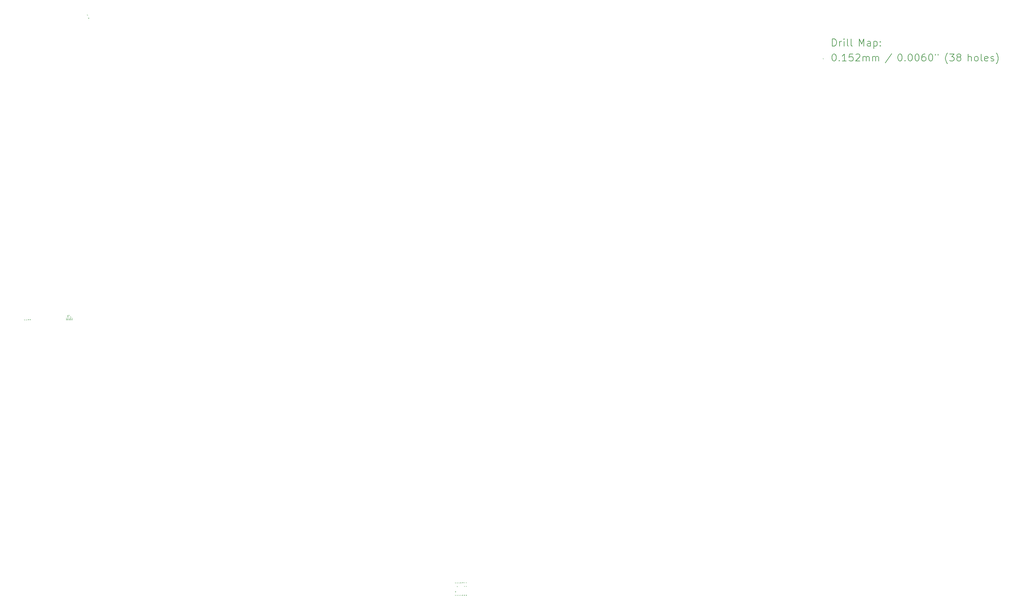
<source format=gbr>
%TF.GenerationSoftware,KiCad,Pcbnew,(7.0.0)*%
%TF.CreationDate,2023-03-06T14:49:50-05:00*%
%TF.ProjectId,FPGAs-Ard_RPi_BB,46504741-732d-4417-9264-5f5250695f42,rev?*%
%TF.SameCoordinates,Original*%
%TF.FileFunction,Drillmap*%
%TF.FilePolarity,Positive*%
%FSLAX45Y45*%
G04 Gerber Fmt 4.5, Leading zero omitted, Abs format (unit mm)*
G04 Created by KiCad (PCBNEW (7.0.0)) date 2023-03-06 14:49:50*
%MOMM*%
%LPD*%
G01*
G04 APERTURE LIST*
%ADD10C,0.200000*%
%ADD11C,0.015240*%
G04 APERTURE END LIST*
D10*
D11*
X16984980Y-12755880D02*
X17000220Y-12771120D01*
X17000220Y-12755880D02*
X16984980Y-12771120D01*
X17033240Y-12755880D02*
X17048480Y-12771120D01*
X17048480Y-12755880D02*
X17033240Y-12771120D01*
X17086580Y-12753340D02*
X17101820Y-12768580D01*
X17101820Y-12753340D02*
X17086580Y-12768580D01*
X17137380Y-12753340D02*
X17152620Y-12768580D01*
X17152620Y-12753340D02*
X17137380Y-12768580D01*
X18148300Y-12753340D02*
X18163540Y-12768580D01*
X18163540Y-12753340D02*
X18148300Y-12768580D01*
X18150840Y-12715240D02*
X18166080Y-12730480D01*
X18166080Y-12715240D02*
X18150840Y-12730480D01*
X18183860Y-12753340D02*
X18199100Y-12768580D01*
X18199100Y-12753340D02*
X18183860Y-12768580D01*
X18186400Y-12715240D02*
X18201640Y-12730480D01*
X18201640Y-12715240D02*
X18186400Y-12730480D01*
X18188940Y-12636500D02*
X18204180Y-12651740D01*
X18204180Y-12636500D02*
X18188940Y-12651740D01*
X18188940Y-12674600D02*
X18204180Y-12689840D01*
X18204180Y-12674600D02*
X18188940Y-12689840D01*
X18224500Y-12753340D02*
X18239740Y-12768580D01*
X18239740Y-12753340D02*
X18224500Y-12768580D01*
X18227040Y-12715240D02*
X18242280Y-12730480D01*
X18242280Y-12715240D02*
X18227040Y-12730480D01*
X18229580Y-12633960D02*
X18244820Y-12649200D01*
X18244820Y-12633960D02*
X18229580Y-12649200D01*
X18262600Y-12753340D02*
X18277840Y-12768580D01*
X18277840Y-12753340D02*
X18262600Y-12768580D01*
X18265140Y-12715240D02*
X18280380Y-12730480D01*
X18280380Y-12715240D02*
X18265140Y-12730480D01*
X18270220Y-12674600D02*
X18285460Y-12689840D01*
X18285460Y-12674600D02*
X18270220Y-12689840D01*
X18305780Y-12753340D02*
X18321020Y-12768580D01*
X18321020Y-12753340D02*
X18305780Y-12768580D01*
X18308320Y-12715240D02*
X18323560Y-12730480D01*
X18323560Y-12715240D02*
X18308320Y-12730480D01*
X18735040Y-4249420D02*
X18750280Y-4264660D01*
X18750280Y-4249420D02*
X18735040Y-4264660D01*
X18768060Y-4338320D02*
X18783300Y-4353560D01*
X18783300Y-4338320D02*
X18768060Y-4353560D01*
X29011880Y-20447000D02*
X29027120Y-20462240D01*
X29027120Y-20447000D02*
X29011880Y-20462240D01*
X29014420Y-20096480D02*
X29029660Y-20111720D01*
X29029660Y-20096480D02*
X29014420Y-20111720D01*
X29014420Y-20347940D02*
X29029660Y-20363180D01*
X29029660Y-20347940D02*
X29014420Y-20363180D01*
X29062680Y-20096480D02*
X29077920Y-20111720D01*
X29077920Y-20096480D02*
X29062680Y-20111720D01*
X29062680Y-20198080D02*
X29077920Y-20213320D01*
X29077920Y-20198080D02*
X29062680Y-20213320D01*
X29062680Y-20447000D02*
X29077920Y-20462240D01*
X29077920Y-20447000D02*
X29062680Y-20462240D01*
X29113480Y-20096480D02*
X29128720Y-20111720D01*
X29128720Y-20096480D02*
X29113480Y-20111720D01*
X29113480Y-20447000D02*
X29128720Y-20462240D01*
X29128720Y-20447000D02*
X29113480Y-20462240D01*
X29161740Y-20096480D02*
X29176980Y-20111720D01*
X29176980Y-20096480D02*
X29161740Y-20111720D01*
X29164280Y-20447000D02*
X29179520Y-20462240D01*
X29179520Y-20447000D02*
X29164280Y-20462240D01*
X29212540Y-20447000D02*
X29227780Y-20462240D01*
X29227780Y-20447000D02*
X29212540Y-20462240D01*
X29215080Y-20093940D02*
X29230320Y-20109180D01*
X29230320Y-20093940D02*
X29215080Y-20109180D01*
X29263340Y-20093940D02*
X29278580Y-20109180D01*
X29278580Y-20093940D02*
X29263340Y-20109180D01*
X29263340Y-20195540D02*
X29278580Y-20210780D01*
X29278580Y-20195540D02*
X29263340Y-20210780D01*
X29263340Y-20447000D02*
X29278580Y-20462240D01*
X29278580Y-20447000D02*
X29263340Y-20462240D01*
X29314140Y-20093940D02*
X29329380Y-20109180D01*
X29329380Y-20093940D02*
X29314140Y-20109180D01*
X29314140Y-20195540D02*
X29329380Y-20210780D01*
X29329380Y-20195540D02*
X29314140Y-20210780D01*
X29314140Y-20447000D02*
X29329380Y-20462240D01*
X29329380Y-20447000D02*
X29314140Y-20462240D01*
D10*
X39547219Y-5127736D02*
X39547219Y-4927736D01*
X39547219Y-4927736D02*
X39594838Y-4927736D01*
X39594838Y-4927736D02*
X39623410Y-4937260D01*
X39623410Y-4937260D02*
X39642457Y-4956308D01*
X39642457Y-4956308D02*
X39651981Y-4975355D01*
X39651981Y-4975355D02*
X39661505Y-5013450D01*
X39661505Y-5013450D02*
X39661505Y-5042022D01*
X39661505Y-5042022D02*
X39651981Y-5080117D01*
X39651981Y-5080117D02*
X39642457Y-5099165D01*
X39642457Y-5099165D02*
X39623410Y-5118212D01*
X39623410Y-5118212D02*
X39594838Y-5127736D01*
X39594838Y-5127736D02*
X39547219Y-5127736D01*
X39747219Y-5127736D02*
X39747219Y-4994403D01*
X39747219Y-5032498D02*
X39756743Y-5013450D01*
X39756743Y-5013450D02*
X39766267Y-5003927D01*
X39766267Y-5003927D02*
X39785314Y-4994403D01*
X39785314Y-4994403D02*
X39804362Y-4994403D01*
X39871029Y-5127736D02*
X39871029Y-4994403D01*
X39871029Y-4927736D02*
X39861505Y-4937260D01*
X39861505Y-4937260D02*
X39871029Y-4946784D01*
X39871029Y-4946784D02*
X39880552Y-4937260D01*
X39880552Y-4937260D02*
X39871029Y-4927736D01*
X39871029Y-4927736D02*
X39871029Y-4946784D01*
X39994838Y-5127736D02*
X39975790Y-5118212D01*
X39975790Y-5118212D02*
X39966267Y-5099165D01*
X39966267Y-5099165D02*
X39966267Y-4927736D01*
X40099600Y-5127736D02*
X40080552Y-5118212D01*
X40080552Y-5118212D02*
X40071029Y-5099165D01*
X40071029Y-5099165D02*
X40071029Y-4927736D01*
X40295790Y-5127736D02*
X40295790Y-4927736D01*
X40295790Y-4927736D02*
X40362457Y-5070593D01*
X40362457Y-5070593D02*
X40429124Y-4927736D01*
X40429124Y-4927736D02*
X40429124Y-5127736D01*
X40610076Y-5127736D02*
X40610076Y-5022974D01*
X40610076Y-5022974D02*
X40600552Y-5003927D01*
X40600552Y-5003927D02*
X40581505Y-4994403D01*
X40581505Y-4994403D02*
X40543409Y-4994403D01*
X40543409Y-4994403D02*
X40524362Y-5003927D01*
X40610076Y-5118212D02*
X40591029Y-5127736D01*
X40591029Y-5127736D02*
X40543409Y-5127736D01*
X40543409Y-5127736D02*
X40524362Y-5118212D01*
X40524362Y-5118212D02*
X40514838Y-5099165D01*
X40514838Y-5099165D02*
X40514838Y-5080117D01*
X40514838Y-5080117D02*
X40524362Y-5061070D01*
X40524362Y-5061070D02*
X40543409Y-5051546D01*
X40543409Y-5051546D02*
X40591029Y-5051546D01*
X40591029Y-5051546D02*
X40610076Y-5042022D01*
X40705314Y-4994403D02*
X40705314Y-5194403D01*
X40705314Y-5003927D02*
X40724362Y-4994403D01*
X40724362Y-4994403D02*
X40762457Y-4994403D01*
X40762457Y-4994403D02*
X40781505Y-5003927D01*
X40781505Y-5003927D02*
X40791029Y-5013450D01*
X40791029Y-5013450D02*
X40800552Y-5032498D01*
X40800552Y-5032498D02*
X40800552Y-5089641D01*
X40800552Y-5089641D02*
X40791029Y-5108689D01*
X40791029Y-5108689D02*
X40781505Y-5118212D01*
X40781505Y-5118212D02*
X40762457Y-5127736D01*
X40762457Y-5127736D02*
X40724362Y-5127736D01*
X40724362Y-5127736D02*
X40705314Y-5118212D01*
X40886267Y-5108689D02*
X40895790Y-5118212D01*
X40895790Y-5118212D02*
X40886267Y-5127736D01*
X40886267Y-5127736D02*
X40876743Y-5118212D01*
X40876743Y-5118212D02*
X40886267Y-5108689D01*
X40886267Y-5108689D02*
X40886267Y-5127736D01*
X40886267Y-5003927D02*
X40895790Y-5013450D01*
X40895790Y-5013450D02*
X40886267Y-5022974D01*
X40886267Y-5022974D02*
X40876743Y-5013450D01*
X40876743Y-5013450D02*
X40886267Y-5003927D01*
X40886267Y-5003927D02*
X40886267Y-5022974D01*
D11*
X39284360Y-5466640D02*
X39299600Y-5481880D01*
X39299600Y-5466640D02*
X39284360Y-5481880D01*
D10*
X39585314Y-5347736D02*
X39604362Y-5347736D01*
X39604362Y-5347736D02*
X39623410Y-5357260D01*
X39623410Y-5357260D02*
X39632933Y-5366784D01*
X39632933Y-5366784D02*
X39642457Y-5385831D01*
X39642457Y-5385831D02*
X39651981Y-5423927D01*
X39651981Y-5423927D02*
X39651981Y-5471546D01*
X39651981Y-5471546D02*
X39642457Y-5509641D01*
X39642457Y-5509641D02*
X39632933Y-5528689D01*
X39632933Y-5528689D02*
X39623410Y-5538212D01*
X39623410Y-5538212D02*
X39604362Y-5547736D01*
X39604362Y-5547736D02*
X39585314Y-5547736D01*
X39585314Y-5547736D02*
X39566267Y-5538212D01*
X39566267Y-5538212D02*
X39556743Y-5528689D01*
X39556743Y-5528689D02*
X39547219Y-5509641D01*
X39547219Y-5509641D02*
X39537695Y-5471546D01*
X39537695Y-5471546D02*
X39537695Y-5423927D01*
X39537695Y-5423927D02*
X39547219Y-5385831D01*
X39547219Y-5385831D02*
X39556743Y-5366784D01*
X39556743Y-5366784D02*
X39566267Y-5357260D01*
X39566267Y-5357260D02*
X39585314Y-5347736D01*
X39737695Y-5528689D02*
X39747219Y-5538212D01*
X39747219Y-5538212D02*
X39737695Y-5547736D01*
X39737695Y-5547736D02*
X39728171Y-5538212D01*
X39728171Y-5538212D02*
X39737695Y-5528689D01*
X39737695Y-5528689D02*
X39737695Y-5547736D01*
X39937695Y-5547736D02*
X39823410Y-5547736D01*
X39880552Y-5547736D02*
X39880552Y-5347736D01*
X39880552Y-5347736D02*
X39861505Y-5376308D01*
X39861505Y-5376308D02*
X39842457Y-5395355D01*
X39842457Y-5395355D02*
X39823410Y-5404879D01*
X40118648Y-5347736D02*
X40023410Y-5347736D01*
X40023410Y-5347736D02*
X40013886Y-5442974D01*
X40013886Y-5442974D02*
X40023410Y-5433450D01*
X40023410Y-5433450D02*
X40042457Y-5423927D01*
X40042457Y-5423927D02*
X40090076Y-5423927D01*
X40090076Y-5423927D02*
X40109124Y-5433450D01*
X40109124Y-5433450D02*
X40118648Y-5442974D01*
X40118648Y-5442974D02*
X40128171Y-5462022D01*
X40128171Y-5462022D02*
X40128171Y-5509641D01*
X40128171Y-5509641D02*
X40118648Y-5528689D01*
X40118648Y-5528689D02*
X40109124Y-5538212D01*
X40109124Y-5538212D02*
X40090076Y-5547736D01*
X40090076Y-5547736D02*
X40042457Y-5547736D01*
X40042457Y-5547736D02*
X40023410Y-5538212D01*
X40023410Y-5538212D02*
X40013886Y-5528689D01*
X40204362Y-5366784D02*
X40213886Y-5357260D01*
X40213886Y-5357260D02*
X40232933Y-5347736D01*
X40232933Y-5347736D02*
X40280552Y-5347736D01*
X40280552Y-5347736D02*
X40299600Y-5357260D01*
X40299600Y-5357260D02*
X40309124Y-5366784D01*
X40309124Y-5366784D02*
X40318648Y-5385831D01*
X40318648Y-5385831D02*
X40318648Y-5404879D01*
X40318648Y-5404879D02*
X40309124Y-5433450D01*
X40309124Y-5433450D02*
X40194838Y-5547736D01*
X40194838Y-5547736D02*
X40318648Y-5547736D01*
X40404362Y-5547736D02*
X40404362Y-5414403D01*
X40404362Y-5433450D02*
X40413886Y-5423927D01*
X40413886Y-5423927D02*
X40432933Y-5414403D01*
X40432933Y-5414403D02*
X40461505Y-5414403D01*
X40461505Y-5414403D02*
X40480552Y-5423927D01*
X40480552Y-5423927D02*
X40490076Y-5442974D01*
X40490076Y-5442974D02*
X40490076Y-5547736D01*
X40490076Y-5442974D02*
X40499600Y-5423927D01*
X40499600Y-5423927D02*
X40518648Y-5414403D01*
X40518648Y-5414403D02*
X40547219Y-5414403D01*
X40547219Y-5414403D02*
X40566267Y-5423927D01*
X40566267Y-5423927D02*
X40575791Y-5442974D01*
X40575791Y-5442974D02*
X40575791Y-5547736D01*
X40671029Y-5547736D02*
X40671029Y-5414403D01*
X40671029Y-5433450D02*
X40680552Y-5423927D01*
X40680552Y-5423927D02*
X40699600Y-5414403D01*
X40699600Y-5414403D02*
X40728172Y-5414403D01*
X40728172Y-5414403D02*
X40747219Y-5423927D01*
X40747219Y-5423927D02*
X40756743Y-5442974D01*
X40756743Y-5442974D02*
X40756743Y-5547736D01*
X40756743Y-5442974D02*
X40766267Y-5423927D01*
X40766267Y-5423927D02*
X40785314Y-5414403D01*
X40785314Y-5414403D02*
X40813886Y-5414403D01*
X40813886Y-5414403D02*
X40832933Y-5423927D01*
X40832933Y-5423927D02*
X40842457Y-5442974D01*
X40842457Y-5442974D02*
X40842457Y-5547736D01*
X41200552Y-5338212D02*
X41029124Y-5595355D01*
X41425314Y-5347736D02*
X41444362Y-5347736D01*
X41444362Y-5347736D02*
X41463410Y-5357260D01*
X41463410Y-5357260D02*
X41472933Y-5366784D01*
X41472933Y-5366784D02*
X41482457Y-5385831D01*
X41482457Y-5385831D02*
X41491981Y-5423927D01*
X41491981Y-5423927D02*
X41491981Y-5471546D01*
X41491981Y-5471546D02*
X41482457Y-5509641D01*
X41482457Y-5509641D02*
X41472933Y-5528689D01*
X41472933Y-5528689D02*
X41463410Y-5538212D01*
X41463410Y-5538212D02*
X41444362Y-5547736D01*
X41444362Y-5547736D02*
X41425314Y-5547736D01*
X41425314Y-5547736D02*
X41406267Y-5538212D01*
X41406267Y-5538212D02*
X41396743Y-5528689D01*
X41396743Y-5528689D02*
X41387219Y-5509641D01*
X41387219Y-5509641D02*
X41377695Y-5471546D01*
X41377695Y-5471546D02*
X41377695Y-5423927D01*
X41377695Y-5423927D02*
X41387219Y-5385831D01*
X41387219Y-5385831D02*
X41396743Y-5366784D01*
X41396743Y-5366784D02*
X41406267Y-5357260D01*
X41406267Y-5357260D02*
X41425314Y-5347736D01*
X41577695Y-5528689D02*
X41587219Y-5538212D01*
X41587219Y-5538212D02*
X41577695Y-5547736D01*
X41577695Y-5547736D02*
X41568172Y-5538212D01*
X41568172Y-5538212D02*
X41577695Y-5528689D01*
X41577695Y-5528689D02*
X41577695Y-5547736D01*
X41711029Y-5347736D02*
X41730076Y-5347736D01*
X41730076Y-5347736D02*
X41749124Y-5357260D01*
X41749124Y-5357260D02*
X41758648Y-5366784D01*
X41758648Y-5366784D02*
X41768172Y-5385831D01*
X41768172Y-5385831D02*
X41777695Y-5423927D01*
X41777695Y-5423927D02*
X41777695Y-5471546D01*
X41777695Y-5471546D02*
X41768172Y-5509641D01*
X41768172Y-5509641D02*
X41758648Y-5528689D01*
X41758648Y-5528689D02*
X41749124Y-5538212D01*
X41749124Y-5538212D02*
X41730076Y-5547736D01*
X41730076Y-5547736D02*
X41711029Y-5547736D01*
X41711029Y-5547736D02*
X41691981Y-5538212D01*
X41691981Y-5538212D02*
X41682457Y-5528689D01*
X41682457Y-5528689D02*
X41672933Y-5509641D01*
X41672933Y-5509641D02*
X41663410Y-5471546D01*
X41663410Y-5471546D02*
X41663410Y-5423927D01*
X41663410Y-5423927D02*
X41672933Y-5385831D01*
X41672933Y-5385831D02*
X41682457Y-5366784D01*
X41682457Y-5366784D02*
X41691981Y-5357260D01*
X41691981Y-5357260D02*
X41711029Y-5347736D01*
X41901505Y-5347736D02*
X41920553Y-5347736D01*
X41920553Y-5347736D02*
X41939600Y-5357260D01*
X41939600Y-5357260D02*
X41949124Y-5366784D01*
X41949124Y-5366784D02*
X41958648Y-5385831D01*
X41958648Y-5385831D02*
X41968172Y-5423927D01*
X41968172Y-5423927D02*
X41968172Y-5471546D01*
X41968172Y-5471546D02*
X41958648Y-5509641D01*
X41958648Y-5509641D02*
X41949124Y-5528689D01*
X41949124Y-5528689D02*
X41939600Y-5538212D01*
X41939600Y-5538212D02*
X41920553Y-5547736D01*
X41920553Y-5547736D02*
X41901505Y-5547736D01*
X41901505Y-5547736D02*
X41882457Y-5538212D01*
X41882457Y-5538212D02*
X41872933Y-5528689D01*
X41872933Y-5528689D02*
X41863410Y-5509641D01*
X41863410Y-5509641D02*
X41853886Y-5471546D01*
X41853886Y-5471546D02*
X41853886Y-5423927D01*
X41853886Y-5423927D02*
X41863410Y-5385831D01*
X41863410Y-5385831D02*
X41872933Y-5366784D01*
X41872933Y-5366784D02*
X41882457Y-5357260D01*
X41882457Y-5357260D02*
X41901505Y-5347736D01*
X42139600Y-5347736D02*
X42101505Y-5347736D01*
X42101505Y-5347736D02*
X42082457Y-5357260D01*
X42082457Y-5357260D02*
X42072933Y-5366784D01*
X42072933Y-5366784D02*
X42053886Y-5395355D01*
X42053886Y-5395355D02*
X42044362Y-5433450D01*
X42044362Y-5433450D02*
X42044362Y-5509641D01*
X42044362Y-5509641D02*
X42053886Y-5528689D01*
X42053886Y-5528689D02*
X42063410Y-5538212D01*
X42063410Y-5538212D02*
X42082457Y-5547736D01*
X42082457Y-5547736D02*
X42120553Y-5547736D01*
X42120553Y-5547736D02*
X42139600Y-5538212D01*
X42139600Y-5538212D02*
X42149124Y-5528689D01*
X42149124Y-5528689D02*
X42158648Y-5509641D01*
X42158648Y-5509641D02*
X42158648Y-5462022D01*
X42158648Y-5462022D02*
X42149124Y-5442974D01*
X42149124Y-5442974D02*
X42139600Y-5433450D01*
X42139600Y-5433450D02*
X42120553Y-5423927D01*
X42120553Y-5423927D02*
X42082457Y-5423927D01*
X42082457Y-5423927D02*
X42063410Y-5433450D01*
X42063410Y-5433450D02*
X42053886Y-5442974D01*
X42053886Y-5442974D02*
X42044362Y-5462022D01*
X42282457Y-5347736D02*
X42301505Y-5347736D01*
X42301505Y-5347736D02*
X42320553Y-5357260D01*
X42320553Y-5357260D02*
X42330076Y-5366784D01*
X42330076Y-5366784D02*
X42339600Y-5385831D01*
X42339600Y-5385831D02*
X42349124Y-5423927D01*
X42349124Y-5423927D02*
X42349124Y-5471546D01*
X42349124Y-5471546D02*
X42339600Y-5509641D01*
X42339600Y-5509641D02*
X42330076Y-5528689D01*
X42330076Y-5528689D02*
X42320553Y-5538212D01*
X42320553Y-5538212D02*
X42301505Y-5547736D01*
X42301505Y-5547736D02*
X42282457Y-5547736D01*
X42282457Y-5547736D02*
X42263410Y-5538212D01*
X42263410Y-5538212D02*
X42253886Y-5528689D01*
X42253886Y-5528689D02*
X42244362Y-5509641D01*
X42244362Y-5509641D02*
X42234838Y-5471546D01*
X42234838Y-5471546D02*
X42234838Y-5423927D01*
X42234838Y-5423927D02*
X42244362Y-5385831D01*
X42244362Y-5385831D02*
X42253886Y-5366784D01*
X42253886Y-5366784D02*
X42263410Y-5357260D01*
X42263410Y-5357260D02*
X42282457Y-5347736D01*
X42425314Y-5347736D02*
X42425314Y-5385831D01*
X42501505Y-5347736D02*
X42501505Y-5385831D01*
X42764362Y-5623927D02*
X42754838Y-5614403D01*
X42754838Y-5614403D02*
X42735791Y-5585831D01*
X42735791Y-5585831D02*
X42726267Y-5566784D01*
X42726267Y-5566784D02*
X42716743Y-5538212D01*
X42716743Y-5538212D02*
X42707219Y-5490593D01*
X42707219Y-5490593D02*
X42707219Y-5452498D01*
X42707219Y-5452498D02*
X42716743Y-5404879D01*
X42716743Y-5404879D02*
X42726267Y-5376308D01*
X42726267Y-5376308D02*
X42735791Y-5357260D01*
X42735791Y-5357260D02*
X42754838Y-5328689D01*
X42754838Y-5328689D02*
X42764362Y-5319165D01*
X42821505Y-5347736D02*
X42945314Y-5347736D01*
X42945314Y-5347736D02*
X42878648Y-5423927D01*
X42878648Y-5423927D02*
X42907219Y-5423927D01*
X42907219Y-5423927D02*
X42926267Y-5433450D01*
X42926267Y-5433450D02*
X42935791Y-5442974D01*
X42935791Y-5442974D02*
X42945314Y-5462022D01*
X42945314Y-5462022D02*
X42945314Y-5509641D01*
X42945314Y-5509641D02*
X42935791Y-5528689D01*
X42935791Y-5528689D02*
X42926267Y-5538212D01*
X42926267Y-5538212D02*
X42907219Y-5547736D01*
X42907219Y-5547736D02*
X42850076Y-5547736D01*
X42850076Y-5547736D02*
X42831029Y-5538212D01*
X42831029Y-5538212D02*
X42821505Y-5528689D01*
X43059600Y-5433450D02*
X43040553Y-5423927D01*
X43040553Y-5423927D02*
X43031029Y-5414403D01*
X43031029Y-5414403D02*
X43021505Y-5395355D01*
X43021505Y-5395355D02*
X43021505Y-5385831D01*
X43021505Y-5385831D02*
X43031029Y-5366784D01*
X43031029Y-5366784D02*
X43040553Y-5357260D01*
X43040553Y-5357260D02*
X43059600Y-5347736D01*
X43059600Y-5347736D02*
X43097695Y-5347736D01*
X43097695Y-5347736D02*
X43116743Y-5357260D01*
X43116743Y-5357260D02*
X43126267Y-5366784D01*
X43126267Y-5366784D02*
X43135791Y-5385831D01*
X43135791Y-5385831D02*
X43135791Y-5395355D01*
X43135791Y-5395355D02*
X43126267Y-5414403D01*
X43126267Y-5414403D02*
X43116743Y-5423927D01*
X43116743Y-5423927D02*
X43097695Y-5433450D01*
X43097695Y-5433450D02*
X43059600Y-5433450D01*
X43059600Y-5433450D02*
X43040553Y-5442974D01*
X43040553Y-5442974D02*
X43031029Y-5452498D01*
X43031029Y-5452498D02*
X43021505Y-5471546D01*
X43021505Y-5471546D02*
X43021505Y-5509641D01*
X43021505Y-5509641D02*
X43031029Y-5528689D01*
X43031029Y-5528689D02*
X43040553Y-5538212D01*
X43040553Y-5538212D02*
X43059600Y-5547736D01*
X43059600Y-5547736D02*
X43097695Y-5547736D01*
X43097695Y-5547736D02*
X43116743Y-5538212D01*
X43116743Y-5538212D02*
X43126267Y-5528689D01*
X43126267Y-5528689D02*
X43135791Y-5509641D01*
X43135791Y-5509641D02*
X43135791Y-5471546D01*
X43135791Y-5471546D02*
X43126267Y-5452498D01*
X43126267Y-5452498D02*
X43116743Y-5442974D01*
X43116743Y-5442974D02*
X43097695Y-5433450D01*
X43341505Y-5547736D02*
X43341505Y-5347736D01*
X43427219Y-5547736D02*
X43427219Y-5442974D01*
X43427219Y-5442974D02*
X43417695Y-5423927D01*
X43417695Y-5423927D02*
X43398648Y-5414403D01*
X43398648Y-5414403D02*
X43370076Y-5414403D01*
X43370076Y-5414403D02*
X43351029Y-5423927D01*
X43351029Y-5423927D02*
X43341505Y-5433450D01*
X43551029Y-5547736D02*
X43531981Y-5538212D01*
X43531981Y-5538212D02*
X43522457Y-5528689D01*
X43522457Y-5528689D02*
X43512934Y-5509641D01*
X43512934Y-5509641D02*
X43512934Y-5452498D01*
X43512934Y-5452498D02*
X43522457Y-5433450D01*
X43522457Y-5433450D02*
X43531981Y-5423927D01*
X43531981Y-5423927D02*
X43551029Y-5414403D01*
X43551029Y-5414403D02*
X43579600Y-5414403D01*
X43579600Y-5414403D02*
X43598648Y-5423927D01*
X43598648Y-5423927D02*
X43608172Y-5433450D01*
X43608172Y-5433450D02*
X43617695Y-5452498D01*
X43617695Y-5452498D02*
X43617695Y-5509641D01*
X43617695Y-5509641D02*
X43608172Y-5528689D01*
X43608172Y-5528689D02*
X43598648Y-5538212D01*
X43598648Y-5538212D02*
X43579600Y-5547736D01*
X43579600Y-5547736D02*
X43551029Y-5547736D01*
X43731981Y-5547736D02*
X43712934Y-5538212D01*
X43712934Y-5538212D02*
X43703410Y-5519165D01*
X43703410Y-5519165D02*
X43703410Y-5347736D01*
X43884362Y-5538212D02*
X43865315Y-5547736D01*
X43865315Y-5547736D02*
X43827219Y-5547736D01*
X43827219Y-5547736D02*
X43808172Y-5538212D01*
X43808172Y-5538212D02*
X43798648Y-5519165D01*
X43798648Y-5519165D02*
X43798648Y-5442974D01*
X43798648Y-5442974D02*
X43808172Y-5423927D01*
X43808172Y-5423927D02*
X43827219Y-5414403D01*
X43827219Y-5414403D02*
X43865315Y-5414403D01*
X43865315Y-5414403D02*
X43884362Y-5423927D01*
X43884362Y-5423927D02*
X43893886Y-5442974D01*
X43893886Y-5442974D02*
X43893886Y-5462022D01*
X43893886Y-5462022D02*
X43798648Y-5481070D01*
X43970076Y-5538212D02*
X43989124Y-5547736D01*
X43989124Y-5547736D02*
X44027219Y-5547736D01*
X44027219Y-5547736D02*
X44046267Y-5538212D01*
X44046267Y-5538212D02*
X44055791Y-5519165D01*
X44055791Y-5519165D02*
X44055791Y-5509641D01*
X44055791Y-5509641D02*
X44046267Y-5490593D01*
X44046267Y-5490593D02*
X44027219Y-5481070D01*
X44027219Y-5481070D02*
X43998648Y-5481070D01*
X43998648Y-5481070D02*
X43979600Y-5471546D01*
X43979600Y-5471546D02*
X43970076Y-5452498D01*
X43970076Y-5452498D02*
X43970076Y-5442974D01*
X43970076Y-5442974D02*
X43979600Y-5423927D01*
X43979600Y-5423927D02*
X43998648Y-5414403D01*
X43998648Y-5414403D02*
X44027219Y-5414403D01*
X44027219Y-5414403D02*
X44046267Y-5423927D01*
X44122457Y-5623927D02*
X44131981Y-5614403D01*
X44131981Y-5614403D02*
X44151029Y-5585831D01*
X44151029Y-5585831D02*
X44160553Y-5566784D01*
X44160553Y-5566784D02*
X44170076Y-5538212D01*
X44170076Y-5538212D02*
X44179600Y-5490593D01*
X44179600Y-5490593D02*
X44179600Y-5452498D01*
X44179600Y-5452498D02*
X44170076Y-5404879D01*
X44170076Y-5404879D02*
X44160553Y-5376308D01*
X44160553Y-5376308D02*
X44151029Y-5357260D01*
X44151029Y-5357260D02*
X44131981Y-5328689D01*
X44131981Y-5328689D02*
X44122457Y-5319165D01*
M02*

</source>
